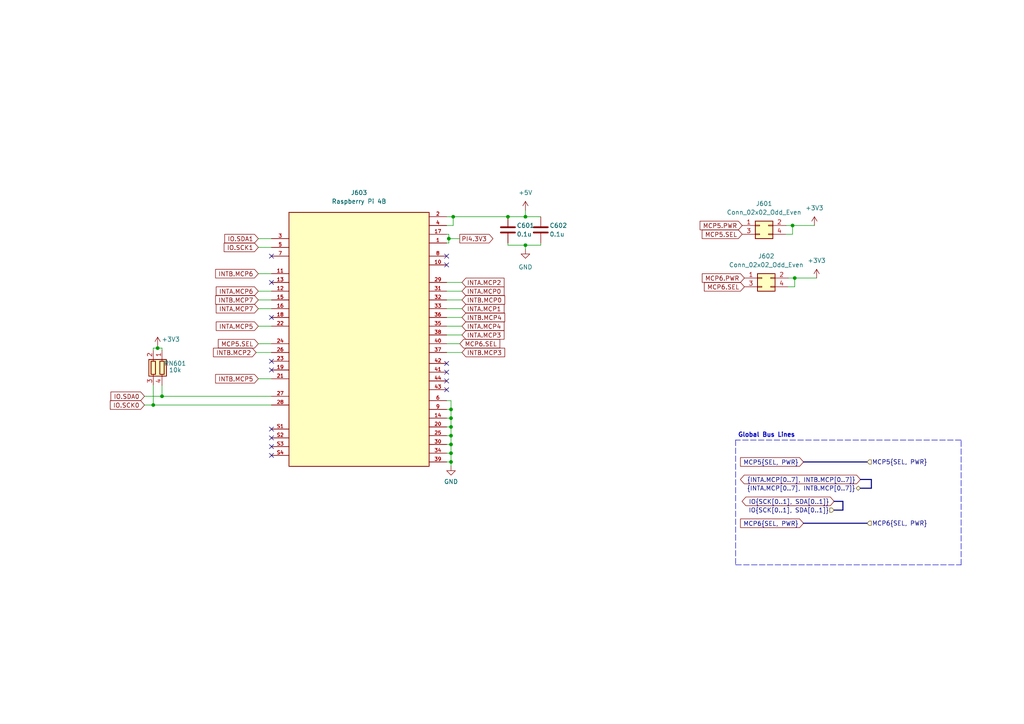
<source format=kicad_sch>
(kicad_sch (version 20211123) (generator eeschema)
  (paper "A4")
  (lib_symbols
    (symbol "Connector_Generic:Conn_02x02_Odd_Even" (pin_names (offset 1.016) hide)
      (property "Reference" "J" (at 1.27 2.54 0))
      (property "Value" "Conn_02x02_Odd_Even" (at 1.27 -5.08 0))
      (symbol "Conn_02x02_Odd_Even_1_1"
        (rectangle (start -1.27 -2.413) (end 0 -2.667) (stroke (width 0.1524)))
        (rectangle (start -1.27 0.127) (end 0 -0.127) (stroke (width 0.1524)))
        (rectangle (start -1.27 1.27) (end 3.81 -3.81) (stroke (width 0.254)) (fill (type background)))
        (rectangle (start 3.81 -2.413) (end 2.54 -2.667) (stroke (width 0.1524)))
        (rectangle (start 3.81 0.127) (end 2.54 -0.127) (stroke (width 0.1524)))
        (pin passive line (at -5.08 0 0) (length 3.81) (name "Pin_1") (number "1"))
        (pin passive line (at 7.62 0 180) (length 3.81) (name "Pin_2") (number "2"))
        (pin passive line (at -5.08 -2.54 0) (length 3.81) (name "Pin_3") (number "3"))
        (pin passive line (at 7.62 -2.54 180) (length 3.81) (name "Pin_4") (number "4"))
      )
    )
    (symbol "Connector_Generic:Conn_02x20_Odd_Even" (pin_names (offset 1.016) hide)
      (property "Reference" "J?" (at 1.27 29.845 0))
      (property "Value" "Conn_02x20_Odd_Even" (at 1.27 27.305 0))
      (symbol "Conn_02x20_Odd_Even_0_0"
        (rectangle (start -20.32 24.765) (end 20.32 -48.895) (stroke (width 0.254)) (fill (type background)))
        (pin power_in line (at 25.4 15.875 180) (length 5.08) (name "3V3") (number "1"))
        (pin bidirectional line (at 25.4 9.525 180) (length 5.08) (name "GPIO15/RXD0") (number "10"))
        (pin bidirectional line (at -25.4 6.985 0) (length 5.08) (name "GPIO17/GPIO_GEN0") (number "11"))
        (pin bidirectional line (at -25.4 1.905 0) (length 5.08) (name "GPIO18/GPIO_GEN1") (number "12"))
        (pin bidirectional line (at -25.4 4.445 0) (length 5.08) (name "GPIO27/GPIO_GEN2") (number "13"))
        (pin power_in line (at 25.4 -34.925 180) (length 5.08) (name "GND") (number "14"))
        (pin bidirectional line (at -25.4 -0.635 0) (length 5.08) (name "GPIO22/GPIO_GEN3") (number "15"))
        (pin bidirectional line (at -25.4 -3.175 0) (length 5.08) (name "GPIO23/GPIO_GEN4") (number "16"))
        (pin power_in line (at 25.4 18.415 180) (length 5.08) (name "3V3") (number "17"))
        (pin bidirectional line (at -25.4 -5.715 0) (length 5.08) (name "GPIO24/GPIO_GEN5") (number "18"))
        (pin bidirectional line (at -25.4 -20.955 0) (length 5.08) (name "GPIO10/SPI_MOSI") (number "19"))
        (pin power_in line (at 25.4 23.495 180) (length 5.08) (name "5V") (number "2"))
        (pin power_in line (at 25.4 -37.465 180) (length 5.08) (name "GND") (number "20"))
        (pin bidirectional line (at -25.4 -23.495 0) (length 5.08) (name "GPIO9/SPI_MISO") (number "21"))
        (pin bidirectional line (at -25.4 -8.255 0) (length 5.08) (name "GPIO25/GPIO_GEN6") (number "22"))
        (pin bidirectional line (at -25.4 -18.415 0) (length 5.08) (name "GPIO11/SPI_SCLK") (number "23"))
        (pin bidirectional line (at -25.4 -13.335 0) (length 5.08) (name "GPIO8/~{SPI_CE0~{}") (number "24"))
        (pin power_in line (at 25.4 -40.005 180) (length 5.08) (name "GND") (number "25"))
        (pin bidirectional line (at -25.4 -15.875 0) (length 5.08) (name "GPIO7/~{SPI_CE1~{}") (number "26"))
        (pin bidirectional line (at -25.4 -28.575 0) (length 5.08) (name "ID_SD") (number "27"))
        (pin bidirectional line (at -25.4 -31.115 0) (length 5.08) (name "ID_SC") (number "28"))
        (pin bidirectional line (at 25.4 4.445 180) (length 5.08) (name "GPIO5") (number "29"))
        (pin bidirectional line (at -25.4 17.145 0) (length 5.08) (name "GPIO2/SDA1") (number "3"))
        (pin power_in line (at 25.4 -42.545 180) (length 5.08) (name "GND") (number "30"))
        (pin bidirectional line (at 25.4 1.905 180) (length 5.08) (name "GPIO6") (number "31"))
        (pin bidirectional line (at 25.4 -0.635 180) (length 5.08) (name "GPIO12") (number "32"))
        (pin bidirectional line (at 25.4 -3.175 180) (length 5.08) (name "GPIO13") (number "33"))
        (pin power_in line (at 25.4 -45.085 180) (length 5.08) (name "GND") (number "34"))
        (pin bidirectional line (at 25.4 -8.255 180) (length 5.08) (name "GPIO19") (number "35"))
        (pin bidirectional line (at 25.4 -5.715 180) (length 5.08) (name "GPIO16") (number "36"))
        (pin bidirectional line (at 25.4 -15.875 180) (length 5.08) (name "GPIO26") (number "37"))
        (pin bidirectional line (at 25.4 -10.795 180) (length 5.08) (name "GPIO20") (number "38"))
        (pin power_in line (at 25.4 -47.625 180) (length 5.08) (name "GND") (number "39"))
        (pin power_in line (at 25.4 20.955 180) (length 5.08) (name "5V") (number "4"))
        (pin bidirectional line (at 25.4 -13.335 180) (length 5.08) (name "GPIO21") (number "40"))
        (pin bidirectional line (at 25.4 -21.59 180) (length 5.08) (name "TR01") (number "41"))
        (pin bidirectional line (at 25.4 -19.05 180) (length 5.08) (name "TR00") (number "42"))
        (pin bidirectional line (at 25.4 -26.67 180) (length 5.08) (name "TR03") (number "43"))
        (pin bidirectional line (at 25.4 -24.13 180) (length 5.08) (name "TR02") (number "44"))
        (pin bidirectional line (at -25.4 14.605 0) (length 5.08) (name "GPIO3/SCL1") (number "5"))
        (pin power_in line (at 25.4 -29.845 180) (length 5.08) (name "GND") (number "6"))
        (pin bidirectional line (at -25.4 12.065 0) (length 5.08) (name "GPIO4/GPIO_GCKL") (number "7"))
        (pin bidirectional line (at 25.4 12.065 180) (length 5.08) (name "GPIO14/TXD0") (number "8"))
        (pin power_in line (at 25.4 -32.385 180) (length 5.08) (name "GND") (number "9"))
        (pin power_in line (at -25.4 -38.1 0) (length 5.08) (name "SHIELD") (number "S1"))
        (pin power_in line (at -25.4 -40.64 0) (length 5.08) (name "SHIELD") (number "S2"))
        (pin power_in line (at -25.4 -43.18 0) (length 5.08) (name "SHIELD") (number "S3"))
        (pin power_in line (at -25.4 -45.72 0) (length 5.08) (name "SHIELD") (number "S4"))
      )
    )
    (symbol "Device:C" (pin_numbers hide) (pin_names (offset 0.254))
      (property "Reference" "C" (at 0.635 2.54 0))
      (property "Value" "C" (at 0.635 -2.54 0))
      (symbol "C_0_1"
        (polyline (pts (xy -2.032 -0.762) (xy 2.032 -0.762)) (stroke (width 0.508)))
        (polyline (pts (xy -2.032 0.762) (xy 2.032 0.762)) (stroke (width 0.508)))
      )
      (symbol "C_1_1"
        (pin passive line (at 0 3.81 270) (length 2.794) (name "~") (number "1"))
        (pin passive line (at 0 -3.81 90) (length 2.794) (name "~") (number "2"))
      )
    )
    (symbol "Device:R_Pack02" (pin_names (offset 0) hide)
      (property "Reference" "RN" (at -5.08 0 90))
      (property "Value" "R_Pack02" (at 2.54 0 90))
      (symbol "R_Pack02_0_1"
        (rectangle (start -3.81 -2.413) (end 1.27 2.413) (stroke (width 0.254)) (fill (type background)))
        (rectangle (start -3.175 1.905) (end -1.905 -1.905) (stroke (width 0.254)))
        (rectangle (start -0.635 1.905) (end 0.635 -1.905) (stroke (width 0.254)))
        (polyline (pts (xy -2.54 -2.54) (xy -2.54 -1.905)))
        (polyline (pts (xy -2.54 1.905) (xy -2.54 2.54)))
        (polyline (pts (xy 0 -2.54) (xy 0 -1.905)))
        (polyline (pts (xy 0 1.905) (xy 0 2.54)))
      )
      (symbol "R_Pack02_1_1"
        (pin passive line (at -2.54 -5.08 90) (length 2.54) (name "R1.1") (number "1"))
        (pin passive line (at 0 -5.08 90) (length 2.54) (name "R2.1") (number "2"))
        (pin passive line (at 0 5.08 270) (length 2.54) (name "R2.2") (number "3"))
        (pin passive line (at -2.54 5.08 270) (length 2.54) (name "R1.2") (number "4"))
      )
    )
    (symbol "power:+3V3" (power) (pin_names (offset 0))
      (property "Value" "+3V3" (at 0 3.556 0))
      (symbol "+3V3_0_1"
        (polyline (pts (xy -0.762 1.27) (xy 0 2.54)))
        (polyline (pts (xy 0 0) (xy 0 2.54)))
        (polyline (pts (xy 0 2.54) (xy 0.762 1.27)))
      )
      (symbol "+3V3_1_1"
        (pin power_in line (at 0 0 90) (length 0) hide (name "+3V3") (number "1"))
      )
    )
    (symbol "power:+5V" (power) (pin_names (offset 0))
      (property "Value" "+5V" (at 0 3.556 0))
      (symbol "+5V_0_1"
        (polyline (pts (xy -0.762 1.27) (xy 0 2.54)))
        (polyline (pts (xy 0 0) (xy 0 2.54)))
        (polyline (pts (xy 0 2.54) (xy 0.762 1.27)))
      )
      (symbol "+5V_1_1"
        (pin power_in line (at 0 0 90) (length 0) hide (name "+5V") (number "1"))
      )
    )
    (symbol "power:GND" (power) (pin_names (offset 0))
      (property "Value" "GND" (at 0 -3.81 0))
      (symbol "GND_0_1"
        (polyline (pts (xy 0 0) (xy 0 -1.27) (xy 1.27 -1.27) (xy 0 -2.54) (xy -1.27 -1.27) (xy 0 -1.27)))
      )
      (symbol "GND_1_1"
        (pin power_in line (at 0 0 270) (length 0) hide (name "GND") (number "1"))
      )
    )
  )
  (junction (at 131.445 62.865))
  (junction (at 130.81 121.285))
  (junction (at 152.4 71.12))
  (junction (at 152.4 62.865))
  (junction (at 130.81 128.905))
  (junction (at 44.45 117.475))
  (junction (at 130.81 133.985))
  (junction (at 130.81 131.445))
  (junction (at 45.72 100.965))
  (junction (at 130.81 123.825))
  (junction (at 229.87 65.405))
  (junction (at 46.99 114.935))
  (junction (at 147.32 62.865))
  (junction (at 130.81 126.365))
  (junction (at 130.175 69.215))
  (junction (at 230.505 80.645))
  (junction (at 130.81 118.745))
  (no_connect (at 78.74 81.915))
  (no_connect (at 78.74 92.075))
  (no_connect (at 78.74 74.295))
  (no_connect (at 129.54 74.295))
  (no_connect (at 129.54 76.835))
  (no_connect (at 78.74 104.775))
  (no_connect (at 78.74 107.315))
  (no_connect (at 129.54 105.41))
  (no_connect (at 129.54 107.95))
  (no_connect (at 129.54 110.49))
  (no_connect (at 129.54 113.03))
  (no_connect (at 78.74 124.46))
  (no_connect (at 78.74 127))
  (no_connect (at 78.74 132.08))
  (no_connect (at 78.74 129.54))
  (wire (pts (xy 129.54 121.285) (xy 130.81 121.285)))
  (wire (pts (xy 152.4 71.12) (xy 152.4 72.39)))
  (wire (pts (xy 129.54 133.985) (xy 130.81 133.985)))
  (wire (pts (xy 74.93 109.855) (xy 78.74 109.855)))
  (wire (pts (xy 74.93 79.375) (xy 78.74 79.375)))
  (wire (pts (xy 74.93 69.215) (xy 78.74 69.215)))
  (wire (pts (xy 130.81 128.905) (xy 130.81 126.365)))
  (wire (pts (xy 41.91 117.475) (xy 44.45 117.475)))
  (wire (pts (xy 152.4 62.865) (xy 156.845 62.865)))
  (wire (pts (xy 129.54 131.445) (xy 130.81 131.445)))
  (polyline (pts (xy 213.36 127.635) (xy 213.36 163.83)))
  (bus (pts (xy 233.045 151.765) (xy 251.46 151.765)))
  (wire (pts (xy 133.985 97.155) (xy 129.54 97.155)))
  (bus (pts (xy 244.475 147.955) (xy 241.935 147.955)))
  (wire (pts (xy 130.81 123.825) (xy 130.81 121.285)))
  (wire (pts (xy 147.32 71.12) (xy 152.4 71.12)))
  (wire (pts (xy 133.985 94.615) (xy 129.54 94.615)))
  (polyline (pts (xy 278.765 163.83) (xy 278.765 127.635)))
  (wire (pts (xy 228.6 83.185) (xy 230.505 83.185)))
  (wire (pts (xy 130.175 67.945) (xy 130.175 69.215)))
  (wire (pts (xy 152.4 62.865) (xy 147.32 62.865)))
  (wire (pts (xy 45.72 100.33) (xy 45.72 100.965)))
  (wire (pts (xy 133.985 92.075) (xy 129.54 92.075)))
  (bus (pts (xy 249.555 139.065) (xy 252.73 139.065)))
  (wire (pts (xy 133.985 84.455) (xy 129.54 84.455)))
  (polyline (pts (xy 213.36 163.83) (xy 278.765 163.83)))
  (wire (pts (xy 129.54 118.745) (xy 130.81 118.745)))
  (wire (pts (xy 74.93 99.695) (xy 78.74 99.695)))
  (wire (pts (xy 236.855 80.645) (xy 230.505 80.645)))
  (wire (pts (xy 129.54 123.825) (xy 130.81 123.825)))
  (wire (pts (xy 130.81 118.745) (xy 130.81 116.205)))
  (wire (pts (xy 130.175 70.485) (xy 129.54 70.485)))
  (wire (pts (xy 228.6 80.645) (xy 230.505 80.645)))
  (wire (pts (xy 227.965 65.405) (xy 229.87 65.405)))
  (wire (pts (xy 156.845 71.12) (xy 156.845 70.485)))
  (wire (pts (xy 130.81 135.255) (xy 130.81 133.985)))
  (wire (pts (xy 74.93 94.615) (xy 78.74 94.615)))
  (wire (pts (xy 130.175 69.215) (xy 133.35 69.215)))
  (wire (pts (xy 133.985 89.535) (xy 129.54 89.535)))
  (wire (pts (xy 129.54 67.945) (xy 130.175 67.945)))
  (wire (pts (xy 229.87 67.945) (xy 229.87 65.405)))
  (wire (pts (xy 133.35 99.695) (xy 129.54 99.695)))
  (wire (pts (xy 130.81 116.205) (xy 129.54 116.205)))
  (wire (pts (xy 130.81 131.445) (xy 130.81 128.905)))
  (wire (pts (xy 46.99 114.935) (xy 78.74 114.935)))
  (wire (pts (xy 129.54 128.905) (xy 130.81 128.905)))
  (wire (pts (xy 130.81 126.365) (xy 130.81 123.825)))
  (wire (pts (xy 46.99 101.6) (xy 46.99 100.965)))
  (wire (pts (xy 129.54 62.865) (xy 131.445 62.865)))
  (wire (pts (xy 133.985 86.995) (xy 129.54 86.995)))
  (wire (pts (xy 44.45 100.965) (xy 45.72 100.965)))
  (wire (pts (xy 236.22 65.405) (xy 229.87 65.405)))
  (wire (pts (xy 130.175 69.215) (xy 130.175 70.485)))
  (wire (pts (xy 129.54 126.365) (xy 130.81 126.365)))
  (bus (pts (xy 252.73 139.065) (xy 252.73 141.605)))
  (wire (pts (xy 130.81 121.285) (xy 130.81 118.745)))
  (wire (pts (xy 44.45 101.6) (xy 44.45 100.965)))
  (bus (pts (xy 233.045 133.985) (xy 251.46 133.985)))
  (wire (pts (xy 44.45 111.76) (xy 44.45 117.475)))
  (wire (pts (xy 130.81 133.985) (xy 130.81 131.445)))
  (wire (pts (xy 74.93 71.755) (xy 78.74 71.755)))
  (wire (pts (xy 74.93 84.455) (xy 78.74 84.455)))
  (bus (pts (xy 244.475 145.415) (xy 244.475 147.955)))
  (wire (pts (xy 41.91 114.935) (xy 46.99 114.935)))
  (wire (pts (xy 230.505 83.185) (xy 230.505 80.645)))
  (wire (pts (xy 44.45 117.475) (xy 78.74 117.475)))
  (bus (pts (xy 252.73 141.605) (xy 249.555 141.605)))
  (wire (pts (xy 46.99 100.965) (xy 45.72 100.965)))
  (bus (pts (xy 241.935 145.415) (xy 244.475 145.415)))
  (wire (pts (xy 74.93 89.535) (xy 78.74 89.535)))
  (wire (pts (xy 227.965 67.945) (xy 229.87 67.945)))
  (wire (pts (xy 129.54 65.405) (xy 131.445 65.405)))
  (wire (pts (xy 74.93 86.995) (xy 78.74 86.995)))
  (wire (pts (xy 131.445 62.865) (xy 147.32 62.865)))
  (wire (pts (xy 74.295 102.235) (xy 78.74 102.235)))
  (wire (pts (xy 46.99 111.76) (xy 46.99 114.935)))
  (wire (pts (xy 152.4 71.12) (xy 156.845 71.12)))
  (wire (pts (xy 133.985 81.915) (xy 129.54 81.915)))
  (wire (pts (xy 131.445 65.405) (xy 131.445 62.865)))
  (wire (pts (xy 147.32 70.485) (xy 147.32 71.12)))
  (polyline (pts (xy 278.765 127.635) (xy 213.36 127.635)))
  (wire (pts (xy 133.985 102.235) (xy 129.54 102.235)))
  (wire (pts (xy 152.4 62.865) (xy 152.4 60.96)))
  (text "Global Bus Lines" (at 213.995 127 0) (effects (font (size 1.27 1.27) (thickness 0.254) bold) (justify left bottom)))
  (global_label "INTA.MCP0" (shape input) (at 133.985 84.455 0) (property "Intersheet References" "${INTERSHEET_REFS}" (effects hide)))
  (global_label "IO.SCK1" (shape input) (at 74.93 71.755 180) (property "Intersheet References" "${INTERSHEET_REFS}" (effects hide)))
  (global_label "IO{SCK[0..1], SDA[0..1]}" (shape bidirectional) (at 241.935 145.415 180) (property "Intersheet References" "${INTERSHEET_REFS}" (effects hide)))
  (global_label "INTA.MCP3" (shape input) (at 133.985 97.155 0) (property "Intersheet References" "${INTERSHEET_REFS}" (effects hide)))
  (global_label "MCP5.SEL" (shape input) (at 74.93 99.695 180) (property "Intersheet References" "${INTERSHEET_REFS}" (effects hide)))
  (global_label "PI4.3V3" (shape output) (at 133.35 69.215 0) (property "Intersheet References" "${INTERSHEET_REFS}" (effects hide)))
  (global_label "INTB.MCP4" (shape input) (at 133.985 92.075 0) (property "Intersheet References" "${INTERSHEET_REFS}" (effects hide)))
  (global_label "INTB.MCP0" (shape input) (at 133.985 86.995 0) (property "Intersheet References" "${INTERSHEET_REFS}" (effects hide)))
  (global_label "INTB.MCP2" (shape input) (at 74.295 102.235 180) (property "Intersheet References" "${INTERSHEET_REFS}" (effects hide)))
  (global_label "INTA.MCP1" (shape input) (at 133.985 89.535 0) (property "Intersheet References" "${INTERSHEET_REFS}" (effects hide)))
  (global_label "MCP5{SEL, PWR}" (shape input) (at 233.045 133.985 180) (property "Intersheet References" "${INTERSHEET_REFS}" (effects hide)))
  (global_label "MCP5.PWR" (shape input) (at 215.265 65.405 180) (property "Intersheet References" "${INTERSHEET_REFS}" (effects hide)))
  (global_label "MCP6.SEL" (shape input) (at 215.9 83.185 180) (property "Intersheet References" "${INTERSHEET_REFS}" (effects hide)))
  (global_label "MCP5.SEL" (shape input) (at 215.265 67.945 180) (property "Intersheet References" "${INTERSHEET_REFS}" (effects hide)))
  (global_label "INTB.MCP6" (shape input) (at 74.93 79.375 180) (property "Intersheet References" "${INTERSHEET_REFS}" (effects hide)))
  (global_label "INTA.MCP7" (shape input) (at 74.93 89.535 180) (property "Intersheet References" "${INTERSHEET_REFS}" (effects hide)))
  (global_label "INTA.MCP5" (shape input) (at 74.93 94.615 180) (property "Intersheet References" "${INTERSHEET_REFS}" (effects hide)))
  (global_label "INTA.MCP4" (shape input) (at 133.985 94.615 0) (property "Intersheet References" "${INTERSHEET_REFS}" (effects hide)))
  (global_label "INTB.MCP7" (shape input) (at 74.93 86.995 180) (property "Intersheet References" "${INTERSHEET_REFS}" (effects hide)))
  (global_label "INTB.MCP3" (shape input) (at 133.985 102.235 0) (property "Intersheet References" "${INTERSHEET_REFS}" (effects hide)))
  (global_label "INTA.MCP2" (shape input) (at 133.985 81.915 0) (property "Intersheet References" "${INTERSHEET_REFS}" (effects hide)))
  (global_label "INTA.MCP6" (shape input) (at 74.93 84.455 180) (property "Intersheet References" "${INTERSHEET_REFS}" (effects hide)))
  (global_label "MCP6{SEL, PWR}" (shape input) (at 233.045 151.765 180) (property "Intersheet References" "${INTERSHEET_REFS}" (effects hide)))
  (global_label "IO.SDA1" (shape input) (at 74.93 69.215 180) (property "Intersheet References" "${INTERSHEET_REFS}" (effects hide)))
  (global_label "{INTA.MCP[0..7], INTB.MCP[0..7]}" (shape bidirectional) (at 249.555 139.065 180) (property "Intersheet References" "${INTERSHEET_REFS}" (effects hide)))
  (global_label "MCP6.PWR" (shape input) (at 215.9 80.645 180) (property "Intersheet References" "${INTERSHEET_REFS}" (effects hide)))
  (global_label "IO.SCK0" (shape input) (at 41.91 117.475 180) (property "Intersheet References" "${INTERSHEET_REFS}" (effects hide)))
  (global_label "INTB.MCP5" (shape input) (at 74.93 109.855 180) (property "Intersheet References" "${INTERSHEET_REFS}" (effects hide)))
  (global_label "MCP6.SEL" (shape input) (at 133.35 99.695 0) (property "Intersheet References" "${INTERSHEET_REFS}" (effects hide)))
  (global_label "IO.SDA0" (shape input) (at 41.91 114.935 180) (property "Intersheet References" "${INTERSHEET_REFS}" (effects hide)))
  (hierarchical_label "MCP6{SEL, PWR}" (shape input) (at 251.46 151.765 0))
  (hierarchical_label "IO{SCK[0..1], SDA[0..1]}" (shape input) (at 241.935 147.955 180))
  (hierarchical_label "MCP5{SEL, PWR}" (shape input) (at 251.46 133.985 0))
  (hierarchical_label "{INTA.MCP[0..7], INTB.MCP[0..7]}" (shape bidirectional) (at 249.555 141.605 180))
  (symbol (lib_id "Device:C") (at 147.32 66.675 0) (unit 1)
    (property "Reference" "C601" (at 149.86 65.405 0) (effects (justify left)))
    (property "Value" "0.1u" (at 149.86 67.945 0) (effects (justify left)))
    (property "Footprint" "Capacitor_SMD:C_0402_1005Metric" (effects hide))
    (property "LCSC Part Number" "C1525" (effects hide))
    (property "LCSC" "C1525" (effects hide))
  )
  (symbol (lib_id "power:+3V3") (at 236.22 65.405 0) (unit 1)
    (property "Reference" "#PWR0602" (effects hide))
    (property "Value" "+3V3" (at 236.22 60.325 0))
  )
  (symbol (lib_id "Device:C") (at 156.845 66.675 0) (unit 1)
    (property "Reference" "C602" (at 159.385 65.405 0) (effects (justify left)))
    (property "Value" "0.1u" (at 159.385 67.945 0) (effects (justify left)))
    (property "Footprint" "Capacitor_SMD:C_0402_1005Metric" (effects hide))
    (property "LCSC Part Number" "C1525" (effects hide))
    (property "LCSC" "C1525" (effects hide))
  )
  (symbol (lib_id "power:GND") (at 152.4 72.39 0) (unit 1)
    (property "Reference" "#PWR0603" (effects hide))
    (property "Value" "GND" (at 152.4 77.47 0))
  )
  (symbol (lib_id "Device:R_Pack02") (at 44.45 106.68 180) (unit 1)
    (property "Reference" "RN601" (at 50.8 105.41 0))
    (property "Value" "10k" (at 50.8 107.315 0))
    (property "Footprint" "Resistor_SMD:R_Array_Convex_2x0402" (effects hide))
    (property "LCSC Part Number" "C695179" (effects hide))
    (property "LCSC" "C695179" (effects hide))
  )
  (symbol (lib_id "Connector_Generic:Conn_02x02_Odd_Even") (at 220.345 65.405 0) (unit 1)
    (property "Reference" "J601" (at 221.615 59.055 0))
    (property "Value" "Conn_02x02_Odd_Even" (at 221.615 61.595 0))
    (property "Footprint" "Connector_PinHeader_2.54mm:PinHeader_2x02_P2.54mm_Vertical" (effects hide))
    (property "LCSC" "C492419" (effects hide))
    (property "LCSC Part Number" "C492419" (effects hide))
  )
  (symbol (lib_id "power:+5V") (at 152.4 60.96 0) (unit 1)
    (property "Reference" "#PWR0601" (effects hide))
    (property "Value" "+5V" (at 152.4 55.88 0))
  )
  (symbol (lib_id "power:+3V3") (at 236.855 80.645 0) (unit 1)
    (property "Reference" "#PWR0604" (effects hide))
    (property "Value" "+3V3" (at 236.855 75.565 0))
  )
  (symbol (lib_id "Connector_Generic:Conn_02x20_Odd_Even") (at 104.14 86.36 0) (unit 1)
    (property "Reference" "J603" (at 104.14 55.88 0))
    (property "Value" "Raspberry Pi 4B" (at 104.14 58.42 0))
    (property "Footprint" "Connector_PinSocket_2.54mm:PinSocket_2x20_P2.54mm_Vertical" (effects hide))
    (property "LCSC" "C2977589" (effects hide))
    (property "LCSC Part Number" "C2977589" (effects hide))
  )
  (symbol (lib_id "power:GND") (at 130.81 135.255 0) (unit 1)
    (property "Reference" "#PWR0606" (effects hide))
    (property "Value" "GND" (at 130.81 139.7 0))
  )
  (symbol (lib_id "power:+3V3") (at 45.72 100.33 0) (unit 1)
    (property "Reference" "#PWR0605" (effects hide))
    (property "Value" "+3V3" (at 49.53 98.425 0))
  )
  (symbol (lib_id "Connector_Generic:Conn_02x02_Odd_Even") (at 220.98 80.645 0) (unit 1)
    (property "Reference" "J602" (at 222.25 74.295 0))
    (property "Value" "Conn_02x02_Odd_Even" (at 222.25 76.835 0))
    (property "Footprint" "Connector_PinHeader_2.54mm:PinHeader_2x02_P2.54mm_Vertical" (effects hide))
    (property "LCSC" "C492419" (effects hide))
    (property "LCSC Part Number" "C492419" (effects hide))
  )
)
</source>
